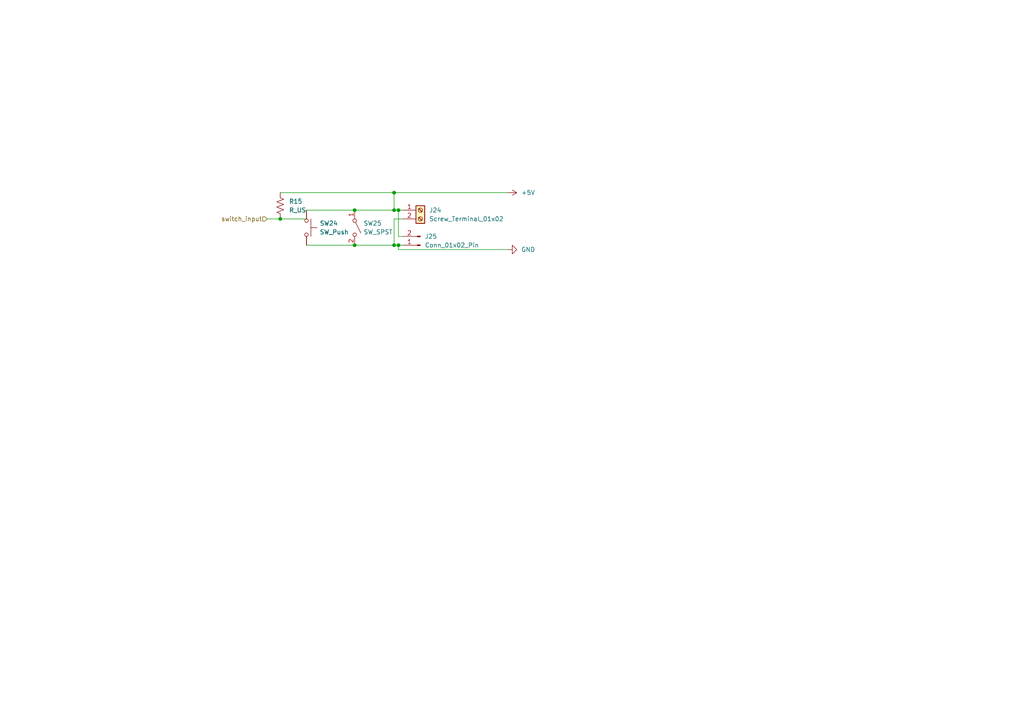
<source format=kicad_sch>
(kicad_sch (version 20230121) (generator eeschema)
  (paper "A4")
  (lib_symbols
    (symbol "Connector:Conn_01x02_Pin" (pin_names (offset 1.016) hide)
      (property "Reference" "J" (at 0 2.54 0))
      (property "Value" "Conn_01x02_Pin" (at 0 -5.08 0))
      (symbol "Conn_01x02_Pin_1_1"
        (polyline (pts (xy 1.27 -2.54) (xy 0.8636 -2.54)) (stroke (width 0.1524)))
        (polyline (pts (xy 1.27 0) (xy 0.8636 0)) (stroke (width 0.1524)))
        (rectangle (start 0.8636 -2.413) (end 0 -2.667) (stroke (width 0.1524)) (fill (type outline)))
        (rectangle (start 0.8636 0.127) (end 0 -0.127) (stroke (width 0.1524)) (fill (type outline)))
        (pin passive line (at 5.08 0 180) (length 3.81) (name "Pin_1") (number "1"))
        (pin passive line (at 5.08 -2.54 180) (length 3.81) (name "Pin_2") (number "2"))
      )
    )
    (symbol "Connector:Screw_Terminal_01x02" (pin_names (offset 1.016) hide)
      (property "Reference" "J" (at 0 2.54 0))
      (property "Value" "Screw_Terminal_01x02" (at 0 -5.08 0))
      (symbol "Screw_Terminal_01x02_1_1"
        (rectangle (start -1.27 1.27) (end 1.27 -3.81) (stroke (width 0.254)) (fill (type background)))
        (circle (center 0 -2.54) (radius 0.635) (stroke (width 0.1524)))
        (polyline (pts (xy -0.5334 -2.2098) (xy 0.3302 -3.048)) (stroke (width 0.1524)))
        (polyline (pts (xy -0.5334 0.3302) (xy 0.3302 -0.508)) (stroke (width 0.1524)))
        (polyline (pts (xy -0.3556 -2.032) (xy 0.508 -2.8702)) (stroke (width 0.1524)))
        (polyline (pts (xy -0.3556 0.508) (xy 0.508 -0.3302)) (stroke (width 0.1524)))
        (circle (center 0 0) (radius 0.635) (stroke (width 0.1524)))
        (pin passive line (at -5.08 0 0) (length 3.81) (name "Pin_1") (number "1"))
        (pin passive line (at -5.08 -2.54 0) (length 3.81) (name "Pin_2") (number "2"))
      )
    )
    (symbol "Device:R_US" (pin_numbers hide) (pin_names (offset 0))
      (property "Reference" "R" (at 2.54 0 90))
      (property "Value" "R_US" (at -2.54 0 90))
      (symbol "R_US_0_1"
        (polyline (pts (xy 0 -2.286) (xy 0 -2.54)))
        (polyline (pts (xy 0 2.286) (xy 0 2.54)))
        (polyline (pts (xy 0 -0.762) (xy 1.016 -1.143) (xy 0 -1.524) (xy -1.016 -1.905) (xy 0 -2.286)))
        (polyline (pts (xy 0 0.762) (xy 1.016 0.381) (xy 0 0) (xy -1.016 -0.381) (xy 0 -0.762)))
        (polyline (pts (xy 0 2.286) (xy 1.016 1.905) (xy 0 1.524) (xy -1.016 1.143) (xy 0 0.762)))
      )
      (symbol "R_US_1_1"
        (pin passive line (at 0 3.81 270) (length 1.27) (name "~") (number "1"))
        (pin passive line (at 0 -3.81 90) (length 1.27) (name "~") (number "2"))
      )
    )
    (symbol "Switch:SW_Push" (pin_numbers hide) (pin_names (offset 1.016) hide)
      (property "Reference" "SW" (at 1.27 2.54 0))
      (property "Value" "SW_Push" (at 0 -1.524 0))
      (symbol "SW_Push_0_1"
        (circle (center -2.032 0) (radius 0.508))
        (polyline (pts (xy 0 1.27) (xy 0 3.048)))
        (polyline (pts (xy 2.54 1.27) (xy -2.54 1.27)))
        (circle (center 2.032 0) (radius 0.508))
        (pin passive line (at -5.08 0 0) (length 2.54) (name "1") (number "1"))
        (pin passive line (at 5.08 0 180) (length 2.54) (name "2") (number "2"))
      )
    )
    (symbol "Switch:SW_SPST" (pin_names (offset 0) hide)
      (property "Reference" "SW" (at 0 3.175 0))
      (property "Value" "SW_SPST" (at 0 -2.54 0))
      (symbol "SW_SPST_0_0"
        (circle (center -2.032 0) (radius 0.508))
        (polyline (pts (xy -1.524 0.254) (xy 1.524 1.778)))
        (circle (center 2.032 0) (radius 0.508))
      )
      (symbol "SW_SPST_1_1"
        (pin passive line (at -5.08 0 0) (length 2.54) (name "A") (number "1"))
        (pin passive line (at 5.08 0 180) (length 2.54) (name "B") (number "2"))
      )
    )
    (symbol "power:+5V" (power) (pin_names (offset 0))
      (property "Value" "+5V" (at 0 3.556 0))
      (symbol "+5V_0_1"
        (polyline (pts (xy -0.762 1.27) (xy 0 2.54)))
        (polyline (pts (xy 0 0) (xy 0 2.54)))
        (polyline (pts (xy 0 2.54) (xy 0.762 1.27)))
      )
      (symbol "+5V_1_1"
        (pin power_in line (at 0 0 90) (length 0) hide (name "+5V") (number "1"))
      )
    )
    (symbol "power:GND" (power) (pin_names (offset 0))
      (property "Value" "GND" (at 0 -3.81 0))
      (symbol "GND_0_1"
        (polyline (pts (xy 0 0) (xy 0 -1.27) (xy 1.27 -1.27) (xy 0 -2.54) (xy -1.27 -1.27) (xy 0 -1.27)))
      )
      (symbol "GND_1_1"
        (pin power_in line (at 0 0 270) (length 0) hide (name "GND") (number "1"))
      )
    )
  )
  (junction (at 102.87 60.96))
  (junction (at 115.57 71.12))
  (junction (at 102.87 71.12))
  (junction (at 114.3 60.96))
  (junction (at 81.28 63.5))
  (junction (at 114.3 71.12))
  (junction (at 114.3 55.88))
  (junction (at 115.57 60.96))
  (wire (pts (xy 114.3 63.5) (xy 116.84 63.5)))
  (wire (pts (xy 115.57 60.96) (xy 116.84 60.96)))
  (wire (pts (xy 81.28 63.5) (xy 88.9 63.5)))
  (wire (pts (xy 115.57 71.12) (xy 116.84 71.12)))
  (wire (pts (xy 115.57 71.12) (xy 115.57 72.39)))
  (wire (pts (xy 114.3 55.88) (xy 114.3 60.96)))
  (wire (pts (xy 115.57 72.39) (xy 147.32 72.39)))
  (wire (pts (xy 77.47 63.5) (xy 81.28 63.5)))
  (wire (pts (xy 88.9 60.96) (xy 102.87 60.96)))
  (wire (pts (xy 114.3 55.88) (xy 147.32 55.88)))
  (wire (pts (xy 81.28 55.88) (xy 114.3 55.88)))
  (wire (pts (xy 114.3 71.12) (xy 114.3 63.5)))
  (wire (pts (xy 88.9 71.12) (xy 102.87 71.12)))
  (wire (pts (xy 102.87 60.96) (xy 114.3 60.96)))
  (wire (pts (xy 115.57 60.96) (xy 115.57 68.58)))
  (wire (pts (xy 115.57 68.58) (xy 116.84 68.58)))
  (wire (pts (xy 114.3 71.12) (xy 115.57 71.12)))
  (wire (pts (xy 102.87 71.12) (xy 114.3 71.12)))
  (wire (pts (xy 114.3 60.96) (xy 115.57 60.96)))
  (hierarchical_label "switch_input" (shape input) (at 77.47 63.5 180))
  (symbol (lib_id "Device:R_US") (at 81.28 59.69 180) (unit 1)
    (property "Reference" "R15" (at 83.82 58.42 0) (effects (justify right)))
    (property "Value" "R_US" (at 83.82 60.96 0) (effects (justify right)))
    (property "Footprint" "Resistor_SMD:R_0805_2012Metric_Pad1.20x1.40mm_HandSolder" (effects hide))
    (instances (project "claw_machine" (path "" (reference "R15") (unit 1)) (path "" (reference "R14") (unit 1)) (path "" (reference "R13") (unit 1)) (path "" (reference "R12") (unit 1)) (path "" (reference "R11") (unit 1)) (path "" (reference "R10") (unit 1)) (path "" (reference "R9") (unit 1)) (path "" (reference "R8") (unit 1)) (path "" (reference "R7") (unit 1)) (path "" (reference "R6") (unit 1))) (project "ClawMachine" (path "" (reference "R6") (unit 1)) (path "" (reference "R29") (unit 1)) (path "" (reference "R26") (unit 1)) (path "" (reference "R27") (unit 1)) (path "" (reference "R20") (unit 1)) (path "" (reference "R19") (unit 1)) (path "" (reference "R17") (unit 1)) (path "" (reference "R18") (unit 1)) (path "" (reference "R16") (unit 1)) (path "" (reference "R15") (unit 1)) (path "" (reference "R28") (unit 1))))
  )
  (symbol (lib_id "power:+5V") (at 147.32 55.88 270) (unit 1)
    (property "Reference" "#PWR013" (effects hide))
    (property "Value" "+5V" (at 151.13 55.88 90) (effects (justify left)))
    (instances (project "claw_machine" (path "" (reference "#PWR013") (unit 1)) (path "" (reference "#PWR029") (unit 1)) (path "" (reference "#PWR027") (unit 1)) (path "" (reference "#PWR025") (unit 1)) (path "" (reference "#PWR023") (unit 1)) (path "" (reference "#PWR021") (unit 1)) (path "" (reference "#PWR019") (unit 1)) (path "" (reference "#PWR017") (unit 1)) (path "" (reference "#PWR015") (unit 1)) (path "" (reference "#PWR031") (unit 1))) (project "ClawMachine" (path "" (reference "#PWR033") (unit 1)) (path "" (reference "#PWR035") (unit 1)) (path "" (reference "#PWR029") (unit 1)) (path "" (reference "#PWR031") (unit 1)) (path "" (reference "#PWR027") (unit 1)) (path "" (reference "#PWR025") (unit 1)) (path "" (reference "#PWR021") (unit 1)) (path "" (reference "#PWR023") (unit 1)) (path "" (reference "#PWR019") (unit 1)) (path "" (reference "#PWR07") (unit 1))))
  )
  (symbol (lib_id "Switch:SW_SPST") (at 102.87 66.04 270) (unit 1)
    (property "Reference" "SW25" (at 105.41 64.77 90) (effects (justify left)))
    (property "Value" "SW_SPST" (at 105.41 67.31 90) (effects (justify left)))
    (property "Footprint" "Button_Switch_SMD:SW_SPST_EVQP0" (effects hide))
    (instances (project "claw_machine" (path "" (reference "SW25") (unit 1)) (path "" (reference "SW23") (unit 1)) (path "" (reference "SW21") (unit 1)) (path "" (reference "SW19") (unit 1)) (path "" (reference "SW17") (unit 1)) (path "" (reference "SW15") (unit 1)) (path "" (reference "SW13") (unit 1)) (path "" (reference "SW11") (unit 1)) (path "" (reference "SW9") (unit 1)) (path "" (reference "SW7") (unit 1))) (project "ClawMachine" (path "" (reference "SW4") (unit 1)) (path "" (reference "SW45") (unit 1)) (path "" (reference "SW39") (unit 1)) (path "" (reference "SW41") (unit 1)) (path "" (reference "SW37") (unit 1)) (path "" (reference "SW35") (unit 1)) (path "" (reference "SW26") (unit 1)) (path "" (reference "SW33") (unit 1)) (path "" (reference "SW24") (unit 1)) (path "" (reference "SW22") (unit 1)) (path "" (reference "SW43") (unit 1))))
  )
  (symbol (lib_id "Connector:Conn_01x02_Pin") (at 121.92 71.12 180) (unit 1)
    (property "Reference" "J25" (at 123.19 68.58 0) (effects (justify right)))
    (property "Value" "Conn_01x02_Pin" (at 123.19 71.12 0) (effects (justify right)))
    (property "Footprint" "Connector_PinHeader_2.54mm:PinHeader_1x02_P2.54mm_Vertical" (effects hide))
    (instances (project "claw_machine" (path "" (reference "J25") (unit 1)) (path "" (reference "J23") (unit 1)) (path "" (reference "J21") (unit 1)) (path "" (reference "J19") (unit 1)) (path "" (reference "J17") (unit 1)) (path "" (reference "J15") (unit 1)) (path "" (reference "J13") (unit 1)) (path "" (reference "J11") (unit 1)) (path "" (reference "J9") (unit 1)) (path "" (reference "J7") (unit 1))) (project "ClawMachine" (path "" (reference "J11") (unit 1)) (path "" (reference "J55") (unit 1)) (path "" (reference "J49") (unit 1)) (path "" (reference "J51") (unit 1)) (path "" (reference "J47") (unit 1)) (path "" (reference "J45") (unit 1)) (path "" (reference "J36") (unit 1)) (path "" (reference "J43") (unit 1)) (path "" (reference "J31") (unit 1)) (path "" (reference "J29") (unit 1)) (path "" (reference "J53") (unit 1))))
  )
  (symbol (lib_id "power:GND") (at 147.32 72.39 90) (unit 1)
    (property "Reference" "#PWR014" (effects hide))
    (property "Value" "GND" (at 151.13 72.39 90) (effects (justify right)))
    (instances (project "claw_machine" (path "" (reference "#PWR014") (unit 1)) (path "" (reference "#PWR030") (unit 1)) (path "" (reference "#PWR028") (unit 1)) (path "" (reference "#PWR026") (unit 1)) (path "" (reference "#PWR024") (unit 1)) (path "" (reference "#PWR022") (unit 1)) (path "" (reference "#PWR020") (unit 1)) (path "" (reference "#PWR018") (unit 1)) (path "" (reference "#PWR016") (unit 1)) (path "" (reference "#PWR032") (unit 1))) (project "ClawMachine" (path "" (reference "#PWR034") (unit 1)) (path "" (reference "#PWR036") (unit 1)) (path "" (reference "#PWR030") (unit 1)) (path "" (reference "#PWR032") (unit 1)) (path "" (reference "#PWR028") (unit 1)) (path "" (reference "#PWR026") (unit 1)) (path "" (reference "#PWR022") (unit 1)) (path "" (reference "#PWR024") (unit 1)) (path "" (reference "#PWR020") (unit 1)) (path "" (reference "#PWR08") (unit 1))))
  )
  (symbol (lib_id "Connector:Screw_Terminal_01x02") (at 121.92 60.96 0) (unit 1)
    (property "Reference" "J24" (at 124.46 60.96 0) (effects (justify left)))
    (property "Value" "Screw_Terminal_01x02" (at 124.46 63.5 0) (effects (justify left)))
    (property "Footprint" "TerminalBlock:TerminalBlock_bornier-2_P5.08mm" (effects hide))
    (instances (project "claw_machine" (path "" (reference "J24") (unit 1)) (path "" (reference "J22") (unit 1)) (path "" (reference "J20") (unit 1)) (path "" (reference "J18") (unit 1)) (path "" (reference "J16") (unit 1)) (path "" (reference "J14") (unit 1)) (path "" (reference "J12") (unit 1)) (path "" (reference "J10") (unit 1)) (path "" (reference "J8") (unit 1)) (path "" (reference "J6") (unit 1))) (project "ClawMachine" (path "" (reference "J10") (unit 1)) (path "" (reference "J54") (unit 1)) (path "" (reference "J48") (unit 1)) (path "" (reference "J50") (unit 1)) (path "" (reference "J46") (unit 1)) (path "" (reference "J44") (unit 1)) (path "" (reference "J32") (unit 1)) (path "" (reference "J37") (unit 1)) (path "" (reference "J30") (unit 1)) (path "" (reference "J28") (unit 1)) (path "" (reference "J52") (unit 1))))
  )
  (symbol (lib_id "Switch:SW_Push") (at 88.9 66.04 270) (unit 1)
    (property "Reference" "SW24" (at 92.71 64.77 90) (effects (justify left)))
    (property "Value" "SW_Push" (at 92.71 67.31 90) (effects (justify left)))
    (property "Footprint" "Button_Switch_THT:SW_PUSH_6mm" (effects hide))
    (instances (project "claw_machine" (path "" (reference "SW24") (unit 1)) (path "" (reference "SW22") (unit 1)) (path "" (reference "SW20") (unit 1)) (path "" (reference "SW18") (unit 1)) (path "" (reference "SW16") (unit 1)) (path "" (reference "SW14") (unit 1)) (path "" (reference "SW12") (unit 1)) (path "" (reference "SW10") (unit 1)) (path "" (reference "SW8") (unit 1)) (path "" (reference "SW6") (unit 1))) (project "ClawMachine" (path "" (reference "SW3") (unit 1)) (path "" (reference "SW44") (unit 1)) (path "" (reference "SW38") (unit 1)) (path "" (reference "SW40") (unit 1)) (path "" (reference "SW36") (unit 1)) (path "" (reference "SW34") (unit 1)) (path "" (reference "SW25") (unit 1)) (path "" (reference "SW27") (unit 1)) (path "" (reference "SW23") (unit 1)) (path "" (reference "SW21") (unit 1)) (path "" (reference "SW42") (unit 1))))
  )
)
</source>
